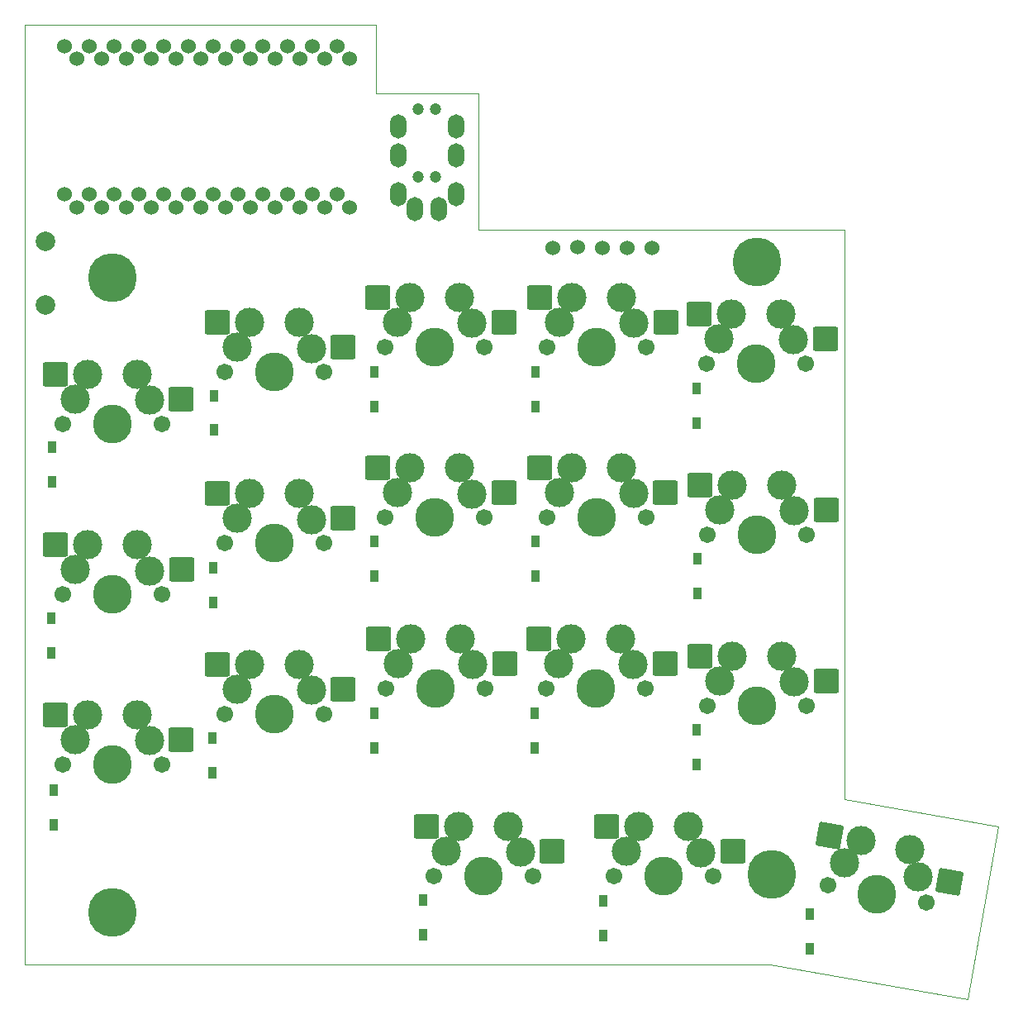
<source format=gts>
%TF.GenerationSoftware,KiCad,Pcbnew,(6.0.9)*%
%TF.CreationDate,2023-01-03T16:32:55+09:00*%
%TF.ProjectId,split-mini,73706c69-742d-46d6-996e-692e6b696361,rev?*%
%TF.SameCoordinates,Original*%
%TF.FileFunction,Soldermask,Top*%
%TF.FilePolarity,Negative*%
%FSLAX46Y46*%
G04 Gerber Fmt 4.6, Leading zero omitted, Abs format (unit mm)*
G04 Created by KiCad (PCBNEW (6.0.9)) date 2023-01-03 16:32:55*
%MOMM*%
%LPD*%
G01*
G04 APERTURE LIST*
G04 Aperture macros list*
%AMRoundRect*
0 Rectangle with rounded corners*
0 $1 Rounding radius*
0 $2 $3 $4 $5 $6 $7 $8 $9 X,Y pos of 4 corners*
0 Add a 4 corners polygon primitive as box body*
4,1,4,$2,$3,$4,$5,$6,$7,$8,$9,$2,$3,0*
0 Add four circle primitives for the rounded corners*
1,1,$1+$1,$2,$3*
1,1,$1+$1,$4,$5*
1,1,$1+$1,$6,$7*
1,1,$1+$1,$8,$9*
0 Add four rect primitives between the rounded corners*
20,1,$1+$1,$2,$3,$4,$5,0*
20,1,$1+$1,$4,$5,$6,$7,0*
20,1,$1+$1,$6,$7,$8,$9,0*
20,1,$1+$1,$8,$9,$2,$3,0*%
G04 Aperture macros list end*
%TA.AperFunction,Profile*%
%ADD10C,0.100000*%
%TD*%
%ADD11C,1.524000*%
%ADD12R,0.950000X1.300000*%
%ADD13C,1.701800*%
%ADD14C,3.987800*%
%ADD15C,3.000000*%
%ADD16RoundRect,0.200000X-1.075000X-1.050000X1.075000X-1.050000X1.075000X1.050000X-1.075000X1.050000X0*%
%ADD17C,5.000000*%
%ADD18C,2.000000*%
%ADD19RoundRect,0.200000X-1.240999X-0.847376X0.876338X-1.220720X1.240999X0.847376X-0.876338X1.220720X0*%
%ADD20C,1.200000*%
%ADD21O,1.700000X2.500000*%
G04 APERTURE END LIST*
D10*
X19950000Y-15475000D02*
X19950000Y-111725000D01*
X119667171Y-97563496D02*
X103950000Y-94792135D01*
X66450000Y-22475000D02*
X55950000Y-22475000D01*
X116541504Y-115290036D02*
X119667171Y-97563496D01*
X55950000Y-15475000D02*
X19950000Y-15475000D01*
X55950000Y-15475000D02*
X55950000Y-22475000D01*
X66450000Y-36475000D02*
X103950000Y-36475000D01*
X96323180Y-111725000D02*
X116541504Y-115290036D01*
X103950000Y-94792135D02*
X103950000Y-36475000D01*
X19950000Y-111725000D02*
X96323180Y-111725000D01*
X66450000Y-22475000D02*
X66450000Y-36475000D01*
D11*
%TO.C,H1*%
X84230000Y-38300000D03*
X81690000Y-38300000D03*
X79150000Y-38300000D03*
X76610000Y-38250000D03*
X74070000Y-38300000D03*
%TD*%
D12*
%TO.C,D7*%
X39275000Y-74650000D03*
X39275000Y-71100000D03*
%TD*%
D13*
%TO.C,SW6*%
X23870000Y-73850000D03*
D14*
X28950000Y-73850000D03*
D15*
X32760000Y-71400000D03*
X31490000Y-68770000D03*
X25140000Y-71310000D03*
D13*
X34030000Y-73850000D03*
D15*
X26410000Y-68770000D03*
D16*
X36035000Y-71310000D03*
X23108000Y-68770000D03*
%TD*%
D15*
%TO.C,SW11*%
X25090000Y-88735000D03*
X32710000Y-88825000D03*
D13*
X33980000Y-91275000D03*
D15*
X26360000Y-86195000D03*
X31440000Y-86195000D03*
D14*
X28900000Y-91275000D03*
D13*
X23820000Y-91275000D03*
D16*
X35985000Y-88735000D03*
X23058000Y-86195000D03*
%TD*%
D12*
%TO.C,D6*%
X22675000Y-79850000D03*
X22675000Y-76300000D03*
%TD*%
D13*
%TO.C,SW9*%
X83580000Y-65950000D03*
D15*
X82310000Y-63500000D03*
D14*
X78500000Y-65950000D03*
D15*
X81040000Y-60870000D03*
D13*
X73420000Y-65950000D03*
D15*
X75960000Y-60870000D03*
X74690000Y-63410000D03*
D16*
X85585000Y-63410000D03*
X72658000Y-60870000D03*
%TD*%
D14*
%TO.C,SW3*%
X61965000Y-48530000D03*
D13*
X56885000Y-48530000D03*
X67045000Y-48530000D03*
D15*
X59425000Y-43450000D03*
X64505000Y-43450000D03*
X65775000Y-46080000D03*
X58155000Y-45990000D03*
D16*
X69050000Y-45990000D03*
X56123000Y-43450000D03*
%TD*%
D12*
%TO.C,D9*%
X72300000Y-71925000D03*
X72300000Y-68375000D03*
%TD*%
%TO.C,D16*%
X60750000Y-108725000D03*
X60750000Y-105175000D03*
%TD*%
%TO.C,D11*%
X22900000Y-97425000D03*
X22900000Y-93875000D03*
%TD*%
%TO.C,D14*%
X72225000Y-89550000D03*
X72225000Y-86000000D03*
%TD*%
%TO.C,D17*%
X79225000Y-108800000D03*
X79225000Y-105250000D03*
%TD*%
D13*
%TO.C,SW5*%
X99980000Y-50225000D03*
D15*
X91090000Y-47685000D03*
D13*
X89820000Y-50225000D03*
D14*
X94900000Y-50225000D03*
D15*
X98710000Y-47775000D03*
X92360000Y-45145000D03*
X97440000Y-45145000D03*
D16*
X101985000Y-47685000D03*
X89058000Y-45145000D03*
%TD*%
D17*
%TO.C,HOLE3*%
X94950000Y-39775000D03*
%TD*%
D18*
%TO.C,SW19*%
X22050000Y-44200000D03*
X22050000Y-37700000D03*
%TD*%
D15*
%TO.C,SW15*%
X92410000Y-80170000D03*
X97490000Y-80170000D03*
D13*
X100030000Y-85250000D03*
D15*
X98760000Y-82800000D03*
D14*
X94950000Y-85250000D03*
D13*
X89870000Y-85250000D03*
D15*
X91140000Y-82710000D03*
D16*
X102035000Y-82710000D03*
X89108000Y-80170000D03*
%TD*%
D12*
%TO.C,D13*%
X55750000Y-89525000D03*
X55750000Y-85975000D03*
%TD*%
D15*
%TO.C,SW7*%
X42935000Y-63520000D03*
D13*
X50555000Y-68600000D03*
D14*
X45475000Y-68600000D03*
D15*
X41665000Y-66060000D03*
X48015000Y-63520000D03*
D13*
X40395000Y-68600000D03*
D15*
X49285000Y-66150000D03*
D16*
X52560000Y-66060000D03*
X39633000Y-63520000D03*
%TD*%
D12*
%TO.C,D1*%
X22700000Y-62325000D03*
X22700000Y-58775000D03*
%TD*%
D13*
%TO.C,SW16*%
X61820000Y-102700000D03*
D14*
X66900000Y-102700000D03*
D15*
X63090000Y-100160000D03*
X64360000Y-97620000D03*
D13*
X71980000Y-102700000D03*
D15*
X69440000Y-97620000D03*
X70710000Y-100250000D03*
D16*
X73985000Y-100160000D03*
X61058000Y-97620000D03*
%TD*%
D12*
%TO.C,D18*%
X100350000Y-110100000D03*
X100350000Y-106550000D03*
%TD*%
D17*
%TO.C,HOLE4*%
X28925000Y-106375000D03*
%TD*%
D12*
%TO.C,D4*%
X72300000Y-54575000D03*
X72300000Y-51025000D03*
%TD*%
%TO.C,D10*%
X88900000Y-73700000D03*
X88900000Y-70150000D03*
%TD*%
D15*
%TO.C,SW18*%
X105655721Y-99081110D03*
D14*
X107275000Y-104525000D03*
D13*
X112277823Y-105407133D03*
D15*
X111452556Y-102773821D03*
X110658544Y-99963243D03*
X103963949Y-101361989D03*
D13*
X102272177Y-103642867D03*
D19*
X114693429Y-103253886D03*
X102403886Y-98507724D03*
%TD*%
D20*
%TO.C,J1*%
X62025000Y-24075000D03*
X62025000Y-31075000D03*
X60275000Y-24075000D03*
X60275000Y-31075000D03*
D21*
X62375000Y-34375000D03*
X59925000Y-34375000D03*
X64125000Y-25875000D03*
X58175000Y-25875000D03*
X64125000Y-28875000D03*
X58175000Y-28875000D03*
X64125000Y-32875000D03*
X58175000Y-32875000D03*
%TD*%
D12*
%TO.C,D3*%
X55725000Y-54625000D03*
X55725000Y-51075000D03*
%TD*%
D15*
%TO.C,SW8*%
X64515000Y-60895000D03*
D13*
X67055000Y-65975000D03*
D15*
X59435000Y-60895000D03*
X58165000Y-63435000D03*
X65785000Y-63525000D03*
D13*
X56895000Y-65975000D03*
D14*
X61975000Y-65975000D03*
D16*
X69060000Y-63435000D03*
X56133000Y-60895000D03*
%TD*%
D17*
%TO.C,HOLE2*%
X96450000Y-102475000D03*
%TD*%
D15*
%TO.C,SW17*%
X82885000Y-97645000D03*
X89235000Y-100275000D03*
D14*
X85425000Y-102725000D03*
D15*
X81615000Y-100185000D03*
D13*
X80345000Y-102725000D03*
X90505000Y-102725000D03*
D15*
X87965000Y-97645000D03*
D16*
X92510000Y-100185000D03*
X79583000Y-97645000D03*
%TD*%
D11*
%TO.C,U1*%
X25317000Y-18950000D03*
X24047000Y-32863600D03*
X27857000Y-18950000D03*
X26587000Y-32863600D03*
X29127000Y-32863600D03*
X30397000Y-18950000D03*
X31667000Y-32863600D03*
X32937000Y-18950000D03*
X35477000Y-18950000D03*
X34207000Y-32863600D03*
X36747000Y-32863600D03*
X38017000Y-18950000D03*
X39287000Y-32863600D03*
X40557000Y-18950000D03*
X41827000Y-32863600D03*
X43097000Y-18950000D03*
X44367000Y-32863600D03*
X45637000Y-18950000D03*
X48177000Y-18950000D03*
X46907000Y-32863600D03*
X50717000Y-18950000D03*
X49447000Y-32863600D03*
X53257000Y-18950000D03*
X51987000Y-32863600D03*
X51987000Y-17643600D03*
X53257000Y-34190000D03*
X49447000Y-17643600D03*
X50717000Y-34190000D03*
X48177000Y-34190000D03*
X46907000Y-17643600D03*
X45637000Y-34190000D03*
X44367000Y-17643600D03*
X41827000Y-17643600D03*
X43097000Y-34190000D03*
X40557000Y-34190000D03*
X39287000Y-17643600D03*
X38017000Y-34190000D03*
X36747000Y-17643600D03*
X35477000Y-34190000D03*
X34207000Y-17643600D03*
X32937000Y-34190000D03*
X31667000Y-17643600D03*
X29127000Y-17643600D03*
X30397000Y-34190000D03*
X26587000Y-17643600D03*
X27857000Y-34190000D03*
X24047000Y-17643600D03*
X25317000Y-34190000D03*
%TD*%
D15*
%TO.C,SW10*%
X91140000Y-65185000D03*
D13*
X100030000Y-67725000D03*
D15*
X97490000Y-62645000D03*
D13*
X89870000Y-67725000D03*
D14*
X94950000Y-67725000D03*
D15*
X98760000Y-65275000D03*
X92410000Y-62645000D03*
D16*
X102035000Y-65185000D03*
X89108000Y-62645000D03*
%TD*%
D12*
%TO.C,D15*%
X88750000Y-91275000D03*
X88750000Y-87725000D03*
%TD*%
D15*
%TO.C,SW2*%
X41685000Y-48535000D03*
X48035000Y-45995000D03*
D13*
X50575000Y-51075000D03*
D14*
X45495000Y-51075000D03*
D13*
X40415000Y-51075000D03*
D15*
X42955000Y-45995000D03*
X49305000Y-48625000D03*
D16*
X52580000Y-48535000D03*
X39653000Y-45995000D03*
%TD*%
D14*
%TO.C,SW13*%
X62050000Y-83450000D03*
D15*
X65860000Y-81000000D03*
X58240000Y-80910000D03*
D13*
X67130000Y-83450000D03*
D15*
X59510000Y-78370000D03*
X64590000Y-78370000D03*
D13*
X56970000Y-83450000D03*
D16*
X69135000Y-80910000D03*
X56208000Y-78370000D03*
%TD*%
D17*
%TO.C,HOLE1*%
X28950000Y-41375000D03*
%TD*%
D15*
%TO.C,SW12*%
X48015000Y-80995000D03*
X49285000Y-83625000D03*
D13*
X40395000Y-86075000D03*
X50555000Y-86075000D03*
D14*
X45475000Y-86075000D03*
D15*
X42935000Y-80995000D03*
X41665000Y-83535000D03*
D16*
X52560000Y-83535000D03*
X39633000Y-80995000D03*
%TD*%
D15*
%TO.C,SW14*%
X80990000Y-78395000D03*
D13*
X83530000Y-83475000D03*
D15*
X75910000Y-78395000D03*
D13*
X73370000Y-83475000D03*
D15*
X74640000Y-80935000D03*
D14*
X78450000Y-83475000D03*
D15*
X82260000Y-81025000D03*
D16*
X85535000Y-80935000D03*
X72608000Y-78395000D03*
%TD*%
D15*
%TO.C,SW1*%
X31440000Y-51270000D03*
X32710000Y-53900000D03*
D14*
X28900000Y-56350000D03*
D13*
X23820000Y-56350000D03*
D15*
X26360000Y-51270000D03*
X25090000Y-53810000D03*
D13*
X33980000Y-56350000D03*
D16*
X35985000Y-53810000D03*
X23058000Y-51270000D03*
%TD*%
D12*
%TO.C,D5*%
X88775000Y-56300000D03*
X88775000Y-52750000D03*
%TD*%
%TO.C,D8*%
X55750000Y-71975000D03*
X55750000Y-68425000D03*
%TD*%
D15*
%TO.C,SW4*%
X82335000Y-46070000D03*
X75985000Y-43440000D03*
D13*
X73445000Y-48520000D03*
D15*
X74715000Y-45980000D03*
D14*
X78525000Y-48520000D03*
D15*
X81065000Y-43440000D03*
D13*
X83605000Y-48520000D03*
D16*
X85610000Y-45980000D03*
X72683000Y-43440000D03*
%TD*%
D12*
%TO.C,D2*%
X39300000Y-57000000D03*
X39300000Y-53450000D03*
%TD*%
%TO.C,D12*%
X39200000Y-92125000D03*
X39200000Y-88575000D03*
%TD*%
M02*

</source>
